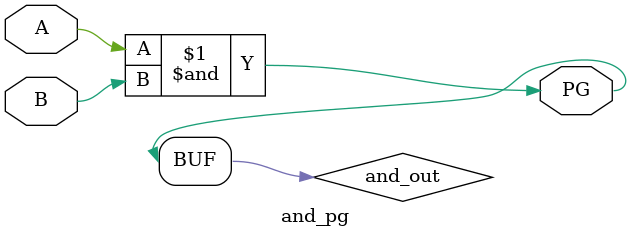
<source format=v>
module and_pg (
    A   ,
    B   ,
    PG  
);

    // Module ports
    input  A   ;
    input  B   ;
    output PG  ;

    // Local signals
    wire  and_out        ;

    //                                 Name         Output             Other arguments
    and                                and0        (and_out          , A, B    );
    buf                                buf0       (PG               , and_out         );

endmodule
</source>
